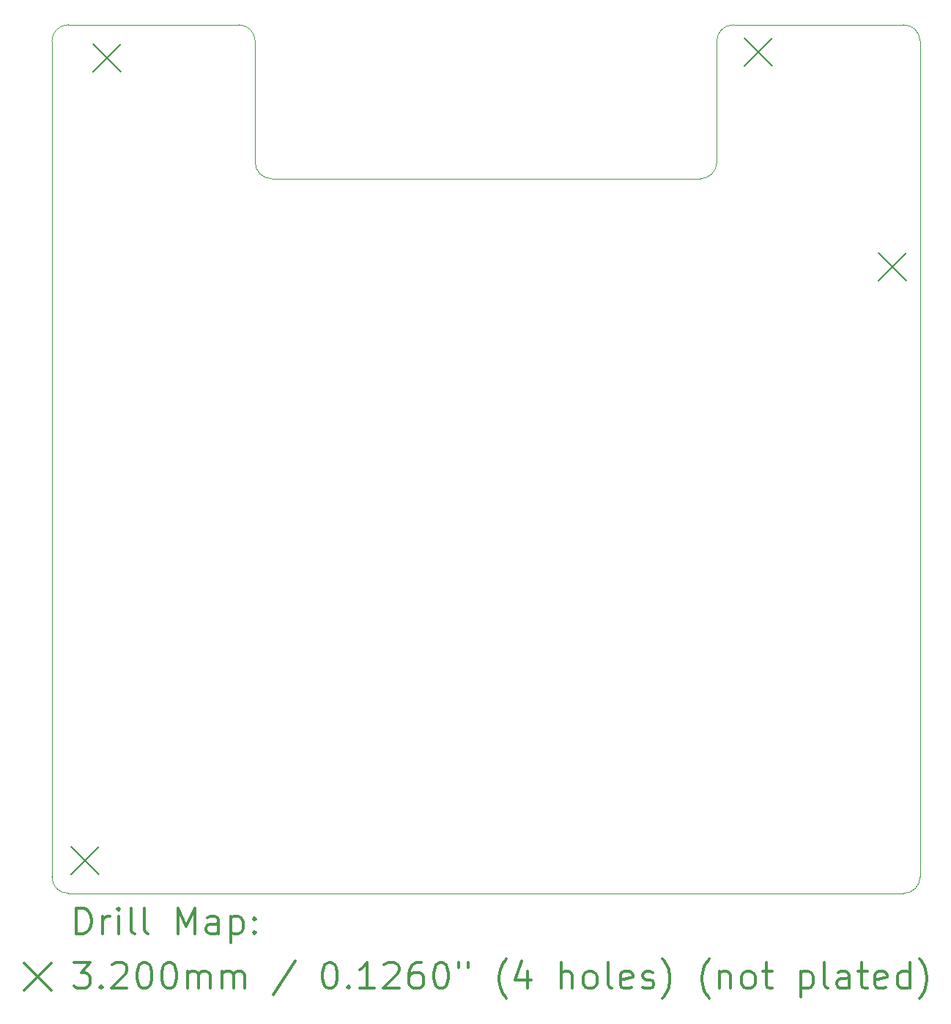
<source format=gbr>
%FSLAX45Y45*%
G04 Gerber Fmt 4.5, Leading zero omitted, Abs format (unit mm)*
G04 Created by KiCad (PCBNEW 5.1.10) date 2021-06-27 23:23:15*
%MOMM*%
%LPD*%
G01*
G04 APERTURE LIST*
%TA.AperFunction,Profile*%
%ADD10C,0.050000*%
%TD*%
%ADD11C,0.200000*%
%ADD12C,0.300000*%
G04 APERTURE END LIST*
D10*
X21780500Y-6032500D02*
G75*
G02*
X21971000Y-5842000I190500J0D01*
G01*
X23939500Y-5842000D02*
G75*
G02*
X24130000Y-6032500I0J-190500D01*
G01*
X24130000Y-15684500D02*
G75*
G02*
X23939500Y-15875000I-190500J0D01*
G01*
X14097000Y-6032500D02*
G75*
G02*
X14287500Y-5842000I190500J0D01*
G01*
X16256000Y-5842000D02*
G75*
G02*
X16446500Y-6032500I0J-190500D01*
G01*
X16637000Y-7620000D02*
G75*
G02*
X16446500Y-7429500I0J190500D01*
G01*
X14287500Y-15875000D02*
G75*
G02*
X14097000Y-15684500I0J190500D01*
G01*
X21780500Y-7429500D02*
G75*
G02*
X21590000Y-7620000I-190500J0D01*
G01*
X16256000Y-5842000D02*
X14287500Y-5842000D01*
X16446500Y-7429500D02*
X16446500Y-6032500D01*
X21590000Y-7620000D02*
X16637000Y-7620000D01*
X21971000Y-5842000D02*
X23939500Y-5842000D01*
X21780500Y-6032500D02*
X21780500Y-7429500D01*
X24130000Y-15684500D02*
X24130000Y-6032500D01*
X14287500Y-15875000D02*
X23939500Y-15875000D01*
X14097000Y-15684500D02*
X14097000Y-6032500D01*
D11*
X14318000Y-15334000D02*
X14638000Y-15654000D01*
X14638000Y-15334000D02*
X14318000Y-15654000D01*
X14572000Y-6063000D02*
X14892000Y-6383000D01*
X14892000Y-6063000D02*
X14572000Y-6383000D01*
X22103100Y-5999500D02*
X22423100Y-6319500D01*
X22423100Y-5999500D02*
X22103100Y-6319500D01*
X23652500Y-8476000D02*
X23972500Y-8796000D01*
X23972500Y-8476000D02*
X23652500Y-8796000D01*
D12*
X14380928Y-16343214D02*
X14380928Y-16043214D01*
X14452357Y-16043214D01*
X14495214Y-16057500D01*
X14523786Y-16086071D01*
X14538071Y-16114643D01*
X14552357Y-16171786D01*
X14552357Y-16214643D01*
X14538071Y-16271786D01*
X14523786Y-16300357D01*
X14495214Y-16328929D01*
X14452357Y-16343214D01*
X14380928Y-16343214D01*
X14680928Y-16343214D02*
X14680928Y-16143214D01*
X14680928Y-16200357D02*
X14695214Y-16171786D01*
X14709500Y-16157500D01*
X14738071Y-16143214D01*
X14766643Y-16143214D01*
X14866643Y-16343214D02*
X14866643Y-16143214D01*
X14866643Y-16043214D02*
X14852357Y-16057500D01*
X14866643Y-16071786D01*
X14880928Y-16057500D01*
X14866643Y-16043214D01*
X14866643Y-16071786D01*
X15052357Y-16343214D02*
X15023786Y-16328929D01*
X15009500Y-16300357D01*
X15009500Y-16043214D01*
X15209500Y-16343214D02*
X15180928Y-16328929D01*
X15166643Y-16300357D01*
X15166643Y-16043214D01*
X15552357Y-16343214D02*
X15552357Y-16043214D01*
X15652357Y-16257500D01*
X15752357Y-16043214D01*
X15752357Y-16343214D01*
X16023786Y-16343214D02*
X16023786Y-16186071D01*
X16009500Y-16157500D01*
X15980928Y-16143214D01*
X15923786Y-16143214D01*
X15895214Y-16157500D01*
X16023786Y-16328929D02*
X15995214Y-16343214D01*
X15923786Y-16343214D01*
X15895214Y-16328929D01*
X15880928Y-16300357D01*
X15880928Y-16271786D01*
X15895214Y-16243214D01*
X15923786Y-16228929D01*
X15995214Y-16228929D01*
X16023786Y-16214643D01*
X16166643Y-16143214D02*
X16166643Y-16443214D01*
X16166643Y-16157500D02*
X16195214Y-16143214D01*
X16252357Y-16143214D01*
X16280928Y-16157500D01*
X16295214Y-16171786D01*
X16309500Y-16200357D01*
X16309500Y-16286071D01*
X16295214Y-16314643D01*
X16280928Y-16328929D01*
X16252357Y-16343214D01*
X16195214Y-16343214D01*
X16166643Y-16328929D01*
X16438071Y-16314643D02*
X16452357Y-16328929D01*
X16438071Y-16343214D01*
X16423786Y-16328929D01*
X16438071Y-16314643D01*
X16438071Y-16343214D01*
X16438071Y-16157500D02*
X16452357Y-16171786D01*
X16438071Y-16186071D01*
X16423786Y-16171786D01*
X16438071Y-16157500D01*
X16438071Y-16186071D01*
X13774500Y-16677500D02*
X14094500Y-16997500D01*
X14094500Y-16677500D02*
X13774500Y-16997500D01*
X14352357Y-16673214D02*
X14538071Y-16673214D01*
X14438071Y-16787500D01*
X14480928Y-16787500D01*
X14509500Y-16801786D01*
X14523786Y-16816072D01*
X14538071Y-16844643D01*
X14538071Y-16916072D01*
X14523786Y-16944643D01*
X14509500Y-16958929D01*
X14480928Y-16973214D01*
X14395214Y-16973214D01*
X14366643Y-16958929D01*
X14352357Y-16944643D01*
X14666643Y-16944643D02*
X14680928Y-16958929D01*
X14666643Y-16973214D01*
X14652357Y-16958929D01*
X14666643Y-16944643D01*
X14666643Y-16973214D01*
X14795214Y-16701786D02*
X14809500Y-16687500D01*
X14838071Y-16673214D01*
X14909500Y-16673214D01*
X14938071Y-16687500D01*
X14952357Y-16701786D01*
X14966643Y-16730357D01*
X14966643Y-16758929D01*
X14952357Y-16801786D01*
X14780928Y-16973214D01*
X14966643Y-16973214D01*
X15152357Y-16673214D02*
X15180928Y-16673214D01*
X15209500Y-16687500D01*
X15223786Y-16701786D01*
X15238071Y-16730357D01*
X15252357Y-16787500D01*
X15252357Y-16858929D01*
X15238071Y-16916072D01*
X15223786Y-16944643D01*
X15209500Y-16958929D01*
X15180928Y-16973214D01*
X15152357Y-16973214D01*
X15123786Y-16958929D01*
X15109500Y-16944643D01*
X15095214Y-16916072D01*
X15080928Y-16858929D01*
X15080928Y-16787500D01*
X15095214Y-16730357D01*
X15109500Y-16701786D01*
X15123786Y-16687500D01*
X15152357Y-16673214D01*
X15438071Y-16673214D02*
X15466643Y-16673214D01*
X15495214Y-16687500D01*
X15509500Y-16701786D01*
X15523786Y-16730357D01*
X15538071Y-16787500D01*
X15538071Y-16858929D01*
X15523786Y-16916072D01*
X15509500Y-16944643D01*
X15495214Y-16958929D01*
X15466643Y-16973214D01*
X15438071Y-16973214D01*
X15409500Y-16958929D01*
X15395214Y-16944643D01*
X15380928Y-16916072D01*
X15366643Y-16858929D01*
X15366643Y-16787500D01*
X15380928Y-16730357D01*
X15395214Y-16701786D01*
X15409500Y-16687500D01*
X15438071Y-16673214D01*
X15666643Y-16973214D02*
X15666643Y-16773214D01*
X15666643Y-16801786D02*
X15680928Y-16787500D01*
X15709500Y-16773214D01*
X15752357Y-16773214D01*
X15780928Y-16787500D01*
X15795214Y-16816072D01*
X15795214Y-16973214D01*
X15795214Y-16816072D02*
X15809500Y-16787500D01*
X15838071Y-16773214D01*
X15880928Y-16773214D01*
X15909500Y-16787500D01*
X15923786Y-16816072D01*
X15923786Y-16973214D01*
X16066643Y-16973214D02*
X16066643Y-16773214D01*
X16066643Y-16801786D02*
X16080928Y-16787500D01*
X16109500Y-16773214D01*
X16152357Y-16773214D01*
X16180928Y-16787500D01*
X16195214Y-16816072D01*
X16195214Y-16973214D01*
X16195214Y-16816072D02*
X16209500Y-16787500D01*
X16238071Y-16773214D01*
X16280928Y-16773214D01*
X16309500Y-16787500D01*
X16323786Y-16816072D01*
X16323786Y-16973214D01*
X16909500Y-16658929D02*
X16652357Y-17044643D01*
X17295214Y-16673214D02*
X17323786Y-16673214D01*
X17352357Y-16687500D01*
X17366643Y-16701786D01*
X17380928Y-16730357D01*
X17395214Y-16787500D01*
X17395214Y-16858929D01*
X17380928Y-16916072D01*
X17366643Y-16944643D01*
X17352357Y-16958929D01*
X17323786Y-16973214D01*
X17295214Y-16973214D01*
X17266643Y-16958929D01*
X17252357Y-16944643D01*
X17238071Y-16916072D01*
X17223786Y-16858929D01*
X17223786Y-16787500D01*
X17238071Y-16730357D01*
X17252357Y-16701786D01*
X17266643Y-16687500D01*
X17295214Y-16673214D01*
X17523786Y-16944643D02*
X17538071Y-16958929D01*
X17523786Y-16973214D01*
X17509500Y-16958929D01*
X17523786Y-16944643D01*
X17523786Y-16973214D01*
X17823786Y-16973214D02*
X17652357Y-16973214D01*
X17738071Y-16973214D02*
X17738071Y-16673214D01*
X17709500Y-16716071D01*
X17680928Y-16744643D01*
X17652357Y-16758929D01*
X17938071Y-16701786D02*
X17952357Y-16687500D01*
X17980928Y-16673214D01*
X18052357Y-16673214D01*
X18080928Y-16687500D01*
X18095214Y-16701786D01*
X18109500Y-16730357D01*
X18109500Y-16758929D01*
X18095214Y-16801786D01*
X17923786Y-16973214D01*
X18109500Y-16973214D01*
X18366643Y-16673214D02*
X18309500Y-16673214D01*
X18280928Y-16687500D01*
X18266643Y-16701786D01*
X18238071Y-16744643D01*
X18223786Y-16801786D01*
X18223786Y-16916072D01*
X18238071Y-16944643D01*
X18252357Y-16958929D01*
X18280928Y-16973214D01*
X18338071Y-16973214D01*
X18366643Y-16958929D01*
X18380928Y-16944643D01*
X18395214Y-16916072D01*
X18395214Y-16844643D01*
X18380928Y-16816072D01*
X18366643Y-16801786D01*
X18338071Y-16787500D01*
X18280928Y-16787500D01*
X18252357Y-16801786D01*
X18238071Y-16816072D01*
X18223786Y-16844643D01*
X18580928Y-16673214D02*
X18609500Y-16673214D01*
X18638071Y-16687500D01*
X18652357Y-16701786D01*
X18666643Y-16730357D01*
X18680928Y-16787500D01*
X18680928Y-16858929D01*
X18666643Y-16916072D01*
X18652357Y-16944643D01*
X18638071Y-16958929D01*
X18609500Y-16973214D01*
X18580928Y-16973214D01*
X18552357Y-16958929D01*
X18538071Y-16944643D01*
X18523786Y-16916072D01*
X18509500Y-16858929D01*
X18509500Y-16787500D01*
X18523786Y-16730357D01*
X18538071Y-16701786D01*
X18552357Y-16687500D01*
X18580928Y-16673214D01*
X18795214Y-16673214D02*
X18795214Y-16730357D01*
X18909500Y-16673214D02*
X18909500Y-16730357D01*
X19352357Y-17087500D02*
X19338071Y-17073214D01*
X19309500Y-17030357D01*
X19295214Y-17001786D01*
X19280928Y-16958929D01*
X19266643Y-16887500D01*
X19266643Y-16830357D01*
X19280928Y-16758929D01*
X19295214Y-16716071D01*
X19309500Y-16687500D01*
X19338071Y-16644643D01*
X19352357Y-16630357D01*
X19595214Y-16773214D02*
X19595214Y-16973214D01*
X19523786Y-16658929D02*
X19452357Y-16873214D01*
X19638071Y-16873214D01*
X19980928Y-16973214D02*
X19980928Y-16673214D01*
X20109500Y-16973214D02*
X20109500Y-16816072D01*
X20095214Y-16787500D01*
X20066643Y-16773214D01*
X20023786Y-16773214D01*
X19995214Y-16787500D01*
X19980928Y-16801786D01*
X20295214Y-16973214D02*
X20266643Y-16958929D01*
X20252357Y-16944643D01*
X20238071Y-16916072D01*
X20238071Y-16830357D01*
X20252357Y-16801786D01*
X20266643Y-16787500D01*
X20295214Y-16773214D01*
X20338071Y-16773214D01*
X20366643Y-16787500D01*
X20380928Y-16801786D01*
X20395214Y-16830357D01*
X20395214Y-16916072D01*
X20380928Y-16944643D01*
X20366643Y-16958929D01*
X20338071Y-16973214D01*
X20295214Y-16973214D01*
X20566643Y-16973214D02*
X20538071Y-16958929D01*
X20523786Y-16930357D01*
X20523786Y-16673214D01*
X20795214Y-16958929D02*
X20766643Y-16973214D01*
X20709500Y-16973214D01*
X20680928Y-16958929D01*
X20666643Y-16930357D01*
X20666643Y-16816072D01*
X20680928Y-16787500D01*
X20709500Y-16773214D01*
X20766643Y-16773214D01*
X20795214Y-16787500D01*
X20809500Y-16816072D01*
X20809500Y-16844643D01*
X20666643Y-16873214D01*
X20923786Y-16958929D02*
X20952357Y-16973214D01*
X21009500Y-16973214D01*
X21038071Y-16958929D01*
X21052357Y-16930357D01*
X21052357Y-16916072D01*
X21038071Y-16887500D01*
X21009500Y-16873214D01*
X20966643Y-16873214D01*
X20938071Y-16858929D01*
X20923786Y-16830357D01*
X20923786Y-16816072D01*
X20938071Y-16787500D01*
X20966643Y-16773214D01*
X21009500Y-16773214D01*
X21038071Y-16787500D01*
X21152357Y-17087500D02*
X21166643Y-17073214D01*
X21195214Y-17030357D01*
X21209500Y-17001786D01*
X21223786Y-16958929D01*
X21238071Y-16887500D01*
X21238071Y-16830357D01*
X21223786Y-16758929D01*
X21209500Y-16716071D01*
X21195214Y-16687500D01*
X21166643Y-16644643D01*
X21152357Y-16630357D01*
X21695214Y-17087500D02*
X21680928Y-17073214D01*
X21652357Y-17030357D01*
X21638071Y-17001786D01*
X21623786Y-16958929D01*
X21609500Y-16887500D01*
X21609500Y-16830357D01*
X21623786Y-16758929D01*
X21638071Y-16716071D01*
X21652357Y-16687500D01*
X21680928Y-16644643D01*
X21695214Y-16630357D01*
X21809500Y-16773214D02*
X21809500Y-16973214D01*
X21809500Y-16801786D02*
X21823786Y-16787500D01*
X21852357Y-16773214D01*
X21895214Y-16773214D01*
X21923786Y-16787500D01*
X21938071Y-16816072D01*
X21938071Y-16973214D01*
X22123786Y-16973214D02*
X22095214Y-16958929D01*
X22080928Y-16944643D01*
X22066643Y-16916072D01*
X22066643Y-16830357D01*
X22080928Y-16801786D01*
X22095214Y-16787500D01*
X22123786Y-16773214D01*
X22166643Y-16773214D01*
X22195214Y-16787500D01*
X22209500Y-16801786D01*
X22223786Y-16830357D01*
X22223786Y-16916072D01*
X22209500Y-16944643D01*
X22195214Y-16958929D01*
X22166643Y-16973214D01*
X22123786Y-16973214D01*
X22309500Y-16773214D02*
X22423786Y-16773214D01*
X22352357Y-16673214D02*
X22352357Y-16930357D01*
X22366643Y-16958929D01*
X22395214Y-16973214D01*
X22423786Y-16973214D01*
X22752357Y-16773214D02*
X22752357Y-17073214D01*
X22752357Y-16787500D02*
X22780928Y-16773214D01*
X22838071Y-16773214D01*
X22866643Y-16787500D01*
X22880928Y-16801786D01*
X22895214Y-16830357D01*
X22895214Y-16916072D01*
X22880928Y-16944643D01*
X22866643Y-16958929D01*
X22838071Y-16973214D01*
X22780928Y-16973214D01*
X22752357Y-16958929D01*
X23066643Y-16973214D02*
X23038071Y-16958929D01*
X23023786Y-16930357D01*
X23023786Y-16673214D01*
X23309500Y-16973214D02*
X23309500Y-16816072D01*
X23295214Y-16787500D01*
X23266643Y-16773214D01*
X23209500Y-16773214D01*
X23180928Y-16787500D01*
X23309500Y-16958929D02*
X23280928Y-16973214D01*
X23209500Y-16973214D01*
X23180928Y-16958929D01*
X23166643Y-16930357D01*
X23166643Y-16901786D01*
X23180928Y-16873214D01*
X23209500Y-16858929D01*
X23280928Y-16858929D01*
X23309500Y-16844643D01*
X23409500Y-16773214D02*
X23523786Y-16773214D01*
X23452357Y-16673214D02*
X23452357Y-16930357D01*
X23466643Y-16958929D01*
X23495214Y-16973214D01*
X23523786Y-16973214D01*
X23738071Y-16958929D02*
X23709500Y-16973214D01*
X23652357Y-16973214D01*
X23623786Y-16958929D01*
X23609500Y-16930357D01*
X23609500Y-16816072D01*
X23623786Y-16787500D01*
X23652357Y-16773214D01*
X23709500Y-16773214D01*
X23738071Y-16787500D01*
X23752357Y-16816072D01*
X23752357Y-16844643D01*
X23609500Y-16873214D01*
X24009500Y-16973214D02*
X24009500Y-16673214D01*
X24009500Y-16958929D02*
X23980928Y-16973214D01*
X23923786Y-16973214D01*
X23895214Y-16958929D01*
X23880928Y-16944643D01*
X23866643Y-16916072D01*
X23866643Y-16830357D01*
X23880928Y-16801786D01*
X23895214Y-16787500D01*
X23923786Y-16773214D01*
X23980928Y-16773214D01*
X24009500Y-16787500D01*
X24123786Y-17087500D02*
X24138071Y-17073214D01*
X24166643Y-17030357D01*
X24180928Y-17001786D01*
X24195214Y-16958929D01*
X24209500Y-16887500D01*
X24209500Y-16830357D01*
X24195214Y-16758929D01*
X24180928Y-16716071D01*
X24166643Y-16687500D01*
X24138071Y-16644643D01*
X24123786Y-16630357D01*
M02*

</source>
